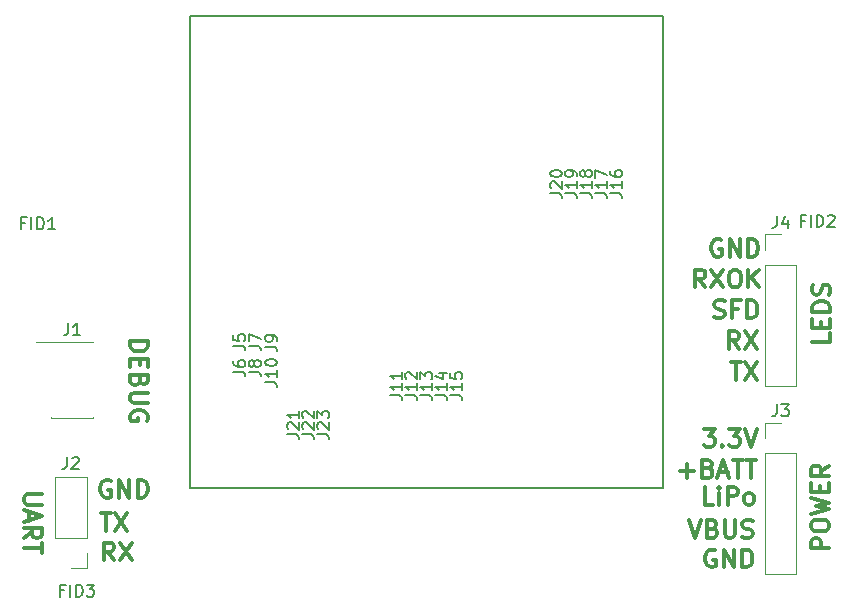
<source format=gbr>
G04 #@! TF.FileFunction,Legend,Top*
%FSLAX46Y46*%
G04 Gerber Fmt 4.6, Leading zero omitted, Abs format (unit mm)*
G04 Created by KiCad (PCBNEW 4.0.7-e2-6376~61~ubuntu18.04.1) date Mon Jan 28 20:48:33 2019*
%MOMM*%
%LPD*%
G01*
G04 APERTURE LIST*
%ADD10C,0.100000*%
%ADD11C,0.300000*%
%ADD12C,0.200000*%
%ADD13C,0.120000*%
%ADD14C,0.150000*%
G04 APERTURE END LIST*
D10*
D11*
X174457143Y-105250000D02*
X174314286Y-105178571D01*
X174100000Y-105178571D01*
X173885715Y-105250000D01*
X173742857Y-105392857D01*
X173671429Y-105535714D01*
X173600000Y-105821429D01*
X173600000Y-106035714D01*
X173671429Y-106321429D01*
X173742857Y-106464286D01*
X173885715Y-106607143D01*
X174100000Y-106678571D01*
X174242857Y-106678571D01*
X174457143Y-106607143D01*
X174528572Y-106535714D01*
X174528572Y-106035714D01*
X174242857Y-106035714D01*
X175171429Y-106678571D02*
X175171429Y-105178571D01*
X176028572Y-106678571D01*
X176028572Y-105178571D01*
X176742858Y-106678571D02*
X176742858Y-105178571D01*
X177100001Y-105178571D01*
X177314286Y-105250000D01*
X177457144Y-105392857D01*
X177528572Y-105535714D01*
X177600001Y-105821429D01*
X177600001Y-106035714D01*
X177528572Y-106321429D01*
X177457144Y-106464286D01*
X177314286Y-106607143D01*
X177100001Y-106678571D01*
X176742858Y-106678571D01*
X172250000Y-102678571D02*
X172750000Y-104178571D01*
X173250000Y-102678571D01*
X174250000Y-103392857D02*
X174464286Y-103464286D01*
X174535714Y-103535714D01*
X174607143Y-103678571D01*
X174607143Y-103892857D01*
X174535714Y-104035714D01*
X174464286Y-104107143D01*
X174321428Y-104178571D01*
X173750000Y-104178571D01*
X173750000Y-102678571D01*
X174250000Y-102678571D01*
X174392857Y-102750000D01*
X174464286Y-102821429D01*
X174535714Y-102964286D01*
X174535714Y-103107143D01*
X174464286Y-103250000D01*
X174392857Y-103321429D01*
X174250000Y-103392857D01*
X173750000Y-103392857D01*
X175250000Y-102678571D02*
X175250000Y-103892857D01*
X175321428Y-104035714D01*
X175392857Y-104107143D01*
X175535714Y-104178571D01*
X175821428Y-104178571D01*
X175964286Y-104107143D01*
X176035714Y-104035714D01*
X176107143Y-103892857D01*
X176107143Y-102678571D01*
X176750000Y-104107143D02*
X176964286Y-104178571D01*
X177321429Y-104178571D01*
X177464286Y-104107143D01*
X177535715Y-104035714D01*
X177607143Y-103892857D01*
X177607143Y-103750000D01*
X177535715Y-103607143D01*
X177464286Y-103535714D01*
X177321429Y-103464286D01*
X177035715Y-103392857D01*
X176892857Y-103321429D01*
X176821429Y-103250000D01*
X176750000Y-103107143D01*
X176750000Y-102964286D01*
X176821429Y-102821429D01*
X176892857Y-102750000D01*
X177035715Y-102678571D01*
X177392857Y-102678571D01*
X177607143Y-102750000D01*
X174278572Y-101378571D02*
X173564286Y-101378571D01*
X173564286Y-99878571D01*
X174778572Y-101378571D02*
X174778572Y-100378571D01*
X174778572Y-99878571D02*
X174707143Y-99950000D01*
X174778572Y-100021429D01*
X174850000Y-99950000D01*
X174778572Y-99878571D01*
X174778572Y-100021429D01*
X175492858Y-101378571D02*
X175492858Y-99878571D01*
X176064286Y-99878571D01*
X176207144Y-99950000D01*
X176278572Y-100021429D01*
X176350001Y-100164286D01*
X176350001Y-100378571D01*
X176278572Y-100521429D01*
X176207144Y-100592857D01*
X176064286Y-100664286D01*
X175492858Y-100664286D01*
X177207144Y-101378571D02*
X177064286Y-101307143D01*
X176992858Y-101235714D01*
X176921429Y-101092857D01*
X176921429Y-100664286D01*
X176992858Y-100521429D01*
X177064286Y-100450000D01*
X177207144Y-100378571D01*
X177421429Y-100378571D01*
X177564286Y-100450000D01*
X177635715Y-100521429D01*
X177707144Y-100664286D01*
X177707144Y-101092857D01*
X177635715Y-101235714D01*
X177564286Y-101307143D01*
X177421429Y-101378571D01*
X177207144Y-101378571D01*
X171492858Y-98507143D02*
X172635715Y-98507143D01*
X172064286Y-99078571D02*
X172064286Y-97935714D01*
X173850001Y-98292857D02*
X174064287Y-98364286D01*
X174135715Y-98435714D01*
X174207144Y-98578571D01*
X174207144Y-98792857D01*
X174135715Y-98935714D01*
X174064287Y-99007143D01*
X173921429Y-99078571D01*
X173350001Y-99078571D01*
X173350001Y-97578571D01*
X173850001Y-97578571D01*
X173992858Y-97650000D01*
X174064287Y-97721429D01*
X174135715Y-97864286D01*
X174135715Y-98007143D01*
X174064287Y-98150000D01*
X173992858Y-98221429D01*
X173850001Y-98292857D01*
X173350001Y-98292857D01*
X174778572Y-98650000D02*
X175492858Y-98650000D01*
X174635715Y-99078571D02*
X175135715Y-97578571D01*
X175635715Y-99078571D01*
X175921429Y-97578571D02*
X176778572Y-97578571D01*
X176350001Y-99078571D02*
X176350001Y-97578571D01*
X177064286Y-97578571D02*
X177921429Y-97578571D01*
X177492858Y-99078571D02*
X177492858Y-97578571D01*
X173485715Y-94978571D02*
X174414286Y-94978571D01*
X173914286Y-95550000D01*
X174128572Y-95550000D01*
X174271429Y-95621429D01*
X174342858Y-95692857D01*
X174414286Y-95835714D01*
X174414286Y-96192857D01*
X174342858Y-96335714D01*
X174271429Y-96407143D01*
X174128572Y-96478571D01*
X173700000Y-96478571D01*
X173557143Y-96407143D01*
X173485715Y-96335714D01*
X175057143Y-96335714D02*
X175128571Y-96407143D01*
X175057143Y-96478571D01*
X174985714Y-96407143D01*
X175057143Y-96335714D01*
X175057143Y-96478571D01*
X175628572Y-94978571D02*
X176557143Y-94978571D01*
X176057143Y-95550000D01*
X176271429Y-95550000D01*
X176414286Y-95621429D01*
X176485715Y-95692857D01*
X176557143Y-95835714D01*
X176557143Y-96192857D01*
X176485715Y-96335714D01*
X176414286Y-96407143D01*
X176271429Y-96478571D01*
X175842857Y-96478571D01*
X175700000Y-96407143D01*
X175628572Y-96335714D01*
X176985714Y-94978571D02*
X177485714Y-96478571D01*
X177985714Y-94978571D01*
X184078571Y-105064286D02*
X182578571Y-105064286D01*
X182578571Y-104492858D01*
X182650000Y-104350000D01*
X182721429Y-104278572D01*
X182864286Y-104207143D01*
X183078571Y-104207143D01*
X183221429Y-104278572D01*
X183292857Y-104350000D01*
X183364286Y-104492858D01*
X183364286Y-105064286D01*
X182578571Y-103278572D02*
X182578571Y-102992858D01*
X182650000Y-102850000D01*
X182792857Y-102707143D01*
X183078571Y-102635715D01*
X183578571Y-102635715D01*
X183864286Y-102707143D01*
X184007143Y-102850000D01*
X184078571Y-102992858D01*
X184078571Y-103278572D01*
X184007143Y-103421429D01*
X183864286Y-103564286D01*
X183578571Y-103635715D01*
X183078571Y-103635715D01*
X182792857Y-103564286D01*
X182650000Y-103421429D01*
X182578571Y-103278572D01*
X182578571Y-102135714D02*
X184078571Y-101778571D01*
X183007143Y-101492857D01*
X184078571Y-101207143D01*
X182578571Y-100850000D01*
X183292857Y-100278571D02*
X183292857Y-99778571D01*
X184078571Y-99564285D02*
X184078571Y-100278571D01*
X182578571Y-100278571D01*
X182578571Y-99564285D01*
X184078571Y-98064285D02*
X183364286Y-98564285D01*
X184078571Y-98921428D02*
X182578571Y-98921428D01*
X182578571Y-98350000D01*
X182650000Y-98207142D01*
X182721429Y-98135714D01*
X182864286Y-98064285D01*
X183078571Y-98064285D01*
X183221429Y-98135714D01*
X183292857Y-98207142D01*
X183364286Y-98350000D01*
X183364286Y-98921428D01*
X174957143Y-78950000D02*
X174814286Y-78878571D01*
X174600000Y-78878571D01*
X174385715Y-78950000D01*
X174242857Y-79092857D01*
X174171429Y-79235714D01*
X174100000Y-79521429D01*
X174100000Y-79735714D01*
X174171429Y-80021429D01*
X174242857Y-80164286D01*
X174385715Y-80307143D01*
X174600000Y-80378571D01*
X174742857Y-80378571D01*
X174957143Y-80307143D01*
X175028572Y-80235714D01*
X175028572Y-79735714D01*
X174742857Y-79735714D01*
X175671429Y-80378571D02*
X175671429Y-78878571D01*
X176528572Y-80378571D01*
X176528572Y-78878571D01*
X177242858Y-80378571D02*
X177242858Y-78878571D01*
X177600001Y-78878571D01*
X177814286Y-78950000D01*
X177957144Y-79092857D01*
X178028572Y-79235714D01*
X178100001Y-79521429D01*
X178100001Y-79735714D01*
X178028572Y-80021429D01*
X177957144Y-80164286D01*
X177814286Y-80307143D01*
X177600001Y-80378571D01*
X177242858Y-80378571D01*
X173614286Y-82978571D02*
X173114286Y-82264286D01*
X172757143Y-82978571D02*
X172757143Y-81478571D01*
X173328571Y-81478571D01*
X173471429Y-81550000D01*
X173542857Y-81621429D01*
X173614286Y-81764286D01*
X173614286Y-81978571D01*
X173542857Y-82121429D01*
X173471429Y-82192857D01*
X173328571Y-82264286D01*
X172757143Y-82264286D01*
X174114286Y-81478571D02*
X175114286Y-82978571D01*
X175114286Y-81478571D02*
X174114286Y-82978571D01*
X175971428Y-81478571D02*
X176257142Y-81478571D01*
X176400000Y-81550000D01*
X176542857Y-81692857D01*
X176614285Y-81978571D01*
X176614285Y-82478571D01*
X176542857Y-82764286D01*
X176400000Y-82907143D01*
X176257142Y-82978571D01*
X175971428Y-82978571D01*
X175828571Y-82907143D01*
X175685714Y-82764286D01*
X175614285Y-82478571D01*
X175614285Y-81978571D01*
X175685714Y-81692857D01*
X175828571Y-81550000D01*
X175971428Y-81478571D01*
X177257143Y-82978571D02*
X177257143Y-81478571D01*
X178114286Y-82978571D02*
X177471429Y-82121429D01*
X178114286Y-81478571D02*
X177257143Y-82335714D01*
X174378572Y-85507143D02*
X174592858Y-85578571D01*
X174950001Y-85578571D01*
X175092858Y-85507143D01*
X175164287Y-85435714D01*
X175235715Y-85292857D01*
X175235715Y-85150000D01*
X175164287Y-85007143D01*
X175092858Y-84935714D01*
X174950001Y-84864286D01*
X174664287Y-84792857D01*
X174521429Y-84721429D01*
X174450001Y-84650000D01*
X174378572Y-84507143D01*
X174378572Y-84364286D01*
X174450001Y-84221429D01*
X174521429Y-84150000D01*
X174664287Y-84078571D01*
X175021429Y-84078571D01*
X175235715Y-84150000D01*
X176378572Y-84792857D02*
X175878572Y-84792857D01*
X175878572Y-85578571D02*
X175878572Y-84078571D01*
X176592858Y-84078571D01*
X177164286Y-85578571D02*
X177164286Y-84078571D01*
X177521429Y-84078571D01*
X177735714Y-84150000D01*
X177878572Y-84292857D01*
X177950000Y-84435714D01*
X178021429Y-84721429D01*
X178021429Y-84935714D01*
X177950000Y-85221429D01*
X177878572Y-85364286D01*
X177735714Y-85507143D01*
X177521429Y-85578571D01*
X177164286Y-85578571D01*
X176450001Y-88178571D02*
X175950001Y-87464286D01*
X175592858Y-88178571D02*
X175592858Y-86678571D01*
X176164286Y-86678571D01*
X176307144Y-86750000D01*
X176378572Y-86821429D01*
X176450001Y-86964286D01*
X176450001Y-87178571D01*
X176378572Y-87321429D01*
X176307144Y-87392857D01*
X176164286Y-87464286D01*
X175592858Y-87464286D01*
X176950001Y-86678571D02*
X177950001Y-88178571D01*
X177950001Y-86678571D02*
X176950001Y-88178571D01*
X175757143Y-89278571D02*
X176614286Y-89278571D01*
X176185715Y-90778571D02*
X176185715Y-89278571D01*
X176971429Y-89278571D02*
X177971429Y-90778571D01*
X177971429Y-89278571D02*
X176971429Y-90778571D01*
X184178571Y-86878571D02*
X184178571Y-87592857D01*
X182678571Y-87592857D01*
X183392857Y-86378571D02*
X183392857Y-85878571D01*
X184178571Y-85664285D02*
X184178571Y-86378571D01*
X182678571Y-86378571D01*
X182678571Y-85664285D01*
X184178571Y-85021428D02*
X182678571Y-85021428D01*
X182678571Y-84664285D01*
X182750000Y-84450000D01*
X182892857Y-84307142D01*
X183035714Y-84235714D01*
X183321429Y-84164285D01*
X183535714Y-84164285D01*
X183821429Y-84235714D01*
X183964286Y-84307142D01*
X184107143Y-84450000D01*
X184178571Y-84664285D01*
X184178571Y-85021428D01*
X184107143Y-83592857D02*
X184178571Y-83378571D01*
X184178571Y-83021428D01*
X184107143Y-82878571D01*
X184035714Y-82807142D01*
X183892857Y-82735714D01*
X183750000Y-82735714D01*
X183607143Y-82807142D01*
X183535714Y-82878571D01*
X183464286Y-83021428D01*
X183392857Y-83307142D01*
X183321429Y-83450000D01*
X183250000Y-83521428D01*
X183107143Y-83592857D01*
X182964286Y-83592857D01*
X182821429Y-83521428D01*
X182750000Y-83450000D01*
X182678571Y-83307142D01*
X182678571Y-82950000D01*
X182750000Y-82735714D01*
X123550001Y-106078571D02*
X123050001Y-105364286D01*
X122692858Y-106078571D02*
X122692858Y-104578571D01*
X123264286Y-104578571D01*
X123407144Y-104650000D01*
X123478572Y-104721429D01*
X123550001Y-104864286D01*
X123550001Y-105078571D01*
X123478572Y-105221429D01*
X123407144Y-105292857D01*
X123264286Y-105364286D01*
X122692858Y-105364286D01*
X124050001Y-104578571D02*
X125050001Y-106078571D01*
X125050001Y-104578571D02*
X124050001Y-106078571D01*
X122457143Y-102078571D02*
X123314286Y-102078571D01*
X122885715Y-103578571D02*
X122885715Y-102078571D01*
X123671429Y-102078571D02*
X124671429Y-103578571D01*
X124671429Y-102078571D02*
X123671429Y-103578571D01*
X123257143Y-99350000D02*
X123114286Y-99278571D01*
X122900000Y-99278571D01*
X122685715Y-99350000D01*
X122542857Y-99492857D01*
X122471429Y-99635714D01*
X122400000Y-99921429D01*
X122400000Y-100135714D01*
X122471429Y-100421429D01*
X122542857Y-100564286D01*
X122685715Y-100707143D01*
X122900000Y-100778571D01*
X123042857Y-100778571D01*
X123257143Y-100707143D01*
X123328572Y-100635714D01*
X123328572Y-100135714D01*
X123042857Y-100135714D01*
X123971429Y-100778571D02*
X123971429Y-99278571D01*
X124828572Y-100778571D01*
X124828572Y-99278571D01*
X125542858Y-100778571D02*
X125542858Y-99278571D01*
X125900001Y-99278571D01*
X126114286Y-99350000D01*
X126257144Y-99492857D01*
X126328572Y-99635714D01*
X126400001Y-99921429D01*
X126400001Y-100135714D01*
X126328572Y-100421429D01*
X126257144Y-100564286D01*
X126114286Y-100707143D01*
X125900001Y-100778571D01*
X125542858Y-100778571D01*
X124921429Y-87542857D02*
X126421429Y-87542857D01*
X126421429Y-87900000D01*
X126350000Y-88114285D01*
X126207143Y-88257143D01*
X126064286Y-88328571D01*
X125778571Y-88400000D01*
X125564286Y-88400000D01*
X125278571Y-88328571D01*
X125135714Y-88257143D01*
X124992857Y-88114285D01*
X124921429Y-87900000D01*
X124921429Y-87542857D01*
X125707143Y-89042857D02*
X125707143Y-89542857D01*
X124921429Y-89757143D02*
X124921429Y-89042857D01*
X126421429Y-89042857D01*
X126421429Y-89757143D01*
X125707143Y-90900000D02*
X125635714Y-91114286D01*
X125564286Y-91185714D01*
X125421429Y-91257143D01*
X125207143Y-91257143D01*
X125064286Y-91185714D01*
X124992857Y-91114286D01*
X124921429Y-90971428D01*
X124921429Y-90400000D01*
X126421429Y-90400000D01*
X126421429Y-90900000D01*
X126350000Y-91042857D01*
X126278571Y-91114286D01*
X126135714Y-91185714D01*
X125992857Y-91185714D01*
X125850000Y-91114286D01*
X125778571Y-91042857D01*
X125707143Y-90900000D01*
X125707143Y-90400000D01*
X126421429Y-91900000D02*
X125207143Y-91900000D01*
X125064286Y-91971428D01*
X124992857Y-92042857D01*
X124921429Y-92185714D01*
X124921429Y-92471428D01*
X124992857Y-92614286D01*
X125064286Y-92685714D01*
X125207143Y-92757143D01*
X126421429Y-92757143D01*
X126350000Y-94257143D02*
X126421429Y-94114286D01*
X126421429Y-93900000D01*
X126350000Y-93685715D01*
X126207143Y-93542857D01*
X126064286Y-93471429D01*
X125778571Y-93400000D01*
X125564286Y-93400000D01*
X125278571Y-93471429D01*
X125135714Y-93542857D01*
X124992857Y-93685715D01*
X124921429Y-93900000D01*
X124921429Y-94042857D01*
X124992857Y-94257143D01*
X125064286Y-94328572D01*
X125564286Y-94328572D01*
X125564286Y-94042857D01*
X117421429Y-100507143D02*
X116207143Y-100507143D01*
X116064286Y-100578571D01*
X115992857Y-100650000D01*
X115921429Y-100792857D01*
X115921429Y-101078571D01*
X115992857Y-101221429D01*
X116064286Y-101292857D01*
X116207143Y-101364286D01*
X117421429Y-101364286D01*
X116350000Y-102007143D02*
X116350000Y-102721429D01*
X115921429Y-101864286D02*
X117421429Y-102364286D01*
X115921429Y-102864286D01*
X115921429Y-104221429D02*
X116635714Y-103721429D01*
X115921429Y-103364286D02*
X117421429Y-103364286D01*
X117421429Y-103935714D01*
X117350000Y-104078572D01*
X117278571Y-104150000D01*
X117135714Y-104221429D01*
X116921429Y-104221429D01*
X116778571Y-104150000D01*
X116707143Y-104078572D01*
X116635714Y-103935714D01*
X116635714Y-103364286D01*
X117421429Y-104650000D02*
X117421429Y-105507143D01*
X115921429Y-105078572D02*
X117421429Y-105078572D01*
D12*
X130000000Y-60000000D02*
X130000000Y-100000000D01*
X130000000Y-100000000D02*
X170000000Y-100000000D01*
X170000000Y-60000000D02*
X170000000Y-100000000D01*
X130000000Y-60000000D02*
X170000000Y-60000000D01*
D13*
X118235000Y-87565000D02*
X121765000Y-87565000D01*
X118235000Y-94035000D02*
X121765000Y-94035000D01*
X116910000Y-87630000D02*
X118235000Y-87630000D01*
X118235000Y-87565000D02*
X118235000Y-87630000D01*
X121765000Y-87565000D02*
X121765000Y-87630000D01*
X118235000Y-93970000D02*
X118235000Y-94035000D01*
X121765000Y-93970000D02*
X121765000Y-94035000D01*
X121230000Y-99030000D02*
X118570000Y-99030000D01*
X121230000Y-104170000D02*
X121230000Y-99030000D01*
X118570000Y-104170000D02*
X118570000Y-99030000D01*
X121230000Y-104170000D02*
X118570000Y-104170000D01*
X121230000Y-105440000D02*
X121230000Y-106770000D01*
X121230000Y-106770000D02*
X119900000Y-106770000D01*
X178670000Y-107250000D02*
X181330000Y-107250000D01*
X178670000Y-97030000D02*
X178670000Y-107250000D01*
X181330000Y-97030000D02*
X181330000Y-107250000D01*
X178670000Y-97030000D02*
X181330000Y-97030000D01*
X178670000Y-95760000D02*
X178670000Y-94430000D01*
X178670000Y-94430000D02*
X180000000Y-94430000D01*
X178670000Y-91310000D02*
X181330000Y-91310000D01*
X178670000Y-81090000D02*
X178670000Y-91310000D01*
X181330000Y-81090000D02*
X181330000Y-91310000D01*
X178670000Y-81090000D02*
X181330000Y-81090000D01*
X178670000Y-79820000D02*
X178670000Y-78490000D01*
X178670000Y-78490000D02*
X180000000Y-78490000D01*
D14*
X116028572Y-77528571D02*
X115695238Y-77528571D01*
X115695238Y-78052381D02*
X115695238Y-77052381D01*
X116171429Y-77052381D01*
X116552381Y-78052381D02*
X116552381Y-77052381D01*
X117028571Y-78052381D02*
X117028571Y-77052381D01*
X117266666Y-77052381D01*
X117409524Y-77100000D01*
X117504762Y-77195238D01*
X117552381Y-77290476D01*
X117600000Y-77480952D01*
X117600000Y-77623810D01*
X117552381Y-77814286D01*
X117504762Y-77909524D01*
X117409524Y-78004762D01*
X117266666Y-78052381D01*
X117028571Y-78052381D01*
X118552381Y-78052381D02*
X117980952Y-78052381D01*
X118266666Y-78052381D02*
X118266666Y-77052381D01*
X118171428Y-77195238D01*
X118076190Y-77290476D01*
X117980952Y-77338095D01*
X182028572Y-77328571D02*
X181695238Y-77328571D01*
X181695238Y-77852381D02*
X181695238Y-76852381D01*
X182171429Y-76852381D01*
X182552381Y-77852381D02*
X182552381Y-76852381D01*
X183028571Y-77852381D02*
X183028571Y-76852381D01*
X183266666Y-76852381D01*
X183409524Y-76900000D01*
X183504762Y-76995238D01*
X183552381Y-77090476D01*
X183600000Y-77280952D01*
X183600000Y-77423810D01*
X183552381Y-77614286D01*
X183504762Y-77709524D01*
X183409524Y-77804762D01*
X183266666Y-77852381D01*
X183028571Y-77852381D01*
X183980952Y-76947619D02*
X184028571Y-76900000D01*
X184123809Y-76852381D01*
X184361905Y-76852381D01*
X184457143Y-76900000D01*
X184504762Y-76947619D01*
X184552381Y-77042857D01*
X184552381Y-77138095D01*
X184504762Y-77280952D01*
X183933333Y-77852381D01*
X184552381Y-77852381D01*
X119328572Y-108628571D02*
X118995238Y-108628571D01*
X118995238Y-109152381D02*
X118995238Y-108152381D01*
X119471429Y-108152381D01*
X119852381Y-109152381D02*
X119852381Y-108152381D01*
X120328571Y-109152381D02*
X120328571Y-108152381D01*
X120566666Y-108152381D01*
X120709524Y-108200000D01*
X120804762Y-108295238D01*
X120852381Y-108390476D01*
X120900000Y-108580952D01*
X120900000Y-108723810D01*
X120852381Y-108914286D01*
X120804762Y-109009524D01*
X120709524Y-109104762D01*
X120566666Y-109152381D01*
X120328571Y-109152381D01*
X121233333Y-108152381D02*
X121852381Y-108152381D01*
X121519047Y-108533333D01*
X121661905Y-108533333D01*
X121757143Y-108580952D01*
X121804762Y-108628571D01*
X121852381Y-108723810D01*
X121852381Y-108961905D01*
X121804762Y-109057143D01*
X121757143Y-109104762D01*
X121661905Y-109152381D01*
X121376190Y-109152381D01*
X121280952Y-109104762D01*
X121233333Y-109057143D01*
X119666667Y-86017381D02*
X119666667Y-86731667D01*
X119619047Y-86874524D01*
X119523809Y-86969762D01*
X119380952Y-87017381D01*
X119285714Y-87017381D01*
X120666667Y-87017381D02*
X120095238Y-87017381D01*
X120380952Y-87017381D02*
X120380952Y-86017381D01*
X120285714Y-86160238D01*
X120190476Y-86255476D01*
X120095238Y-86303095D01*
X119566667Y-97352381D02*
X119566667Y-98066667D01*
X119519047Y-98209524D01*
X119423809Y-98304762D01*
X119280952Y-98352381D01*
X119185714Y-98352381D01*
X119995238Y-97447619D02*
X120042857Y-97400000D01*
X120138095Y-97352381D01*
X120376191Y-97352381D01*
X120471429Y-97400000D01*
X120519048Y-97447619D01*
X120566667Y-97542857D01*
X120566667Y-97638095D01*
X120519048Y-97780952D01*
X119947619Y-98352381D01*
X120566667Y-98352381D01*
X179666667Y-92882381D02*
X179666667Y-93596667D01*
X179619047Y-93739524D01*
X179523809Y-93834762D01*
X179380952Y-93882381D01*
X179285714Y-93882381D01*
X180047619Y-92882381D02*
X180666667Y-92882381D01*
X180333333Y-93263333D01*
X180476191Y-93263333D01*
X180571429Y-93310952D01*
X180619048Y-93358571D01*
X180666667Y-93453810D01*
X180666667Y-93691905D01*
X180619048Y-93787143D01*
X180571429Y-93834762D01*
X180476191Y-93882381D01*
X180190476Y-93882381D01*
X180095238Y-93834762D01*
X180047619Y-93787143D01*
X179666667Y-76942381D02*
X179666667Y-77656667D01*
X179619047Y-77799524D01*
X179523809Y-77894762D01*
X179380952Y-77942381D01*
X179285714Y-77942381D01*
X180571429Y-77275714D02*
X180571429Y-77942381D01*
X180333333Y-76894762D02*
X180095238Y-77609048D01*
X180714286Y-77609048D01*
X133652381Y-87933333D02*
X134366667Y-87933333D01*
X134509524Y-87980953D01*
X134604762Y-88076191D01*
X134652381Y-88219048D01*
X134652381Y-88314286D01*
X133652381Y-86980952D02*
X133652381Y-87457143D01*
X134128571Y-87504762D01*
X134080952Y-87457143D01*
X134033333Y-87361905D01*
X134033333Y-87123809D01*
X134080952Y-87028571D01*
X134128571Y-86980952D01*
X134223810Y-86933333D01*
X134461905Y-86933333D01*
X134557143Y-86980952D01*
X134604762Y-87028571D01*
X134652381Y-87123809D01*
X134652381Y-87361905D01*
X134604762Y-87457143D01*
X134557143Y-87504762D01*
X133652381Y-90133333D02*
X134366667Y-90133333D01*
X134509524Y-90180953D01*
X134604762Y-90276191D01*
X134652381Y-90419048D01*
X134652381Y-90514286D01*
X133652381Y-89228571D02*
X133652381Y-89419048D01*
X133700000Y-89514286D01*
X133747619Y-89561905D01*
X133890476Y-89657143D01*
X134080952Y-89704762D01*
X134461905Y-89704762D01*
X134557143Y-89657143D01*
X134604762Y-89609524D01*
X134652381Y-89514286D01*
X134652381Y-89323809D01*
X134604762Y-89228571D01*
X134557143Y-89180952D01*
X134461905Y-89133333D01*
X134223810Y-89133333D01*
X134128571Y-89180952D01*
X134080952Y-89228571D01*
X134033333Y-89323809D01*
X134033333Y-89514286D01*
X134080952Y-89609524D01*
X134128571Y-89657143D01*
X134223810Y-89704762D01*
X134952381Y-87933333D02*
X135666667Y-87933333D01*
X135809524Y-87980953D01*
X135904762Y-88076191D01*
X135952381Y-88219048D01*
X135952381Y-88314286D01*
X134952381Y-87552381D02*
X134952381Y-86885714D01*
X135952381Y-87314286D01*
X134952381Y-90133333D02*
X135666667Y-90133333D01*
X135809524Y-90180953D01*
X135904762Y-90276191D01*
X135952381Y-90419048D01*
X135952381Y-90514286D01*
X135380952Y-89514286D02*
X135333333Y-89609524D01*
X135285714Y-89657143D01*
X135190476Y-89704762D01*
X135142857Y-89704762D01*
X135047619Y-89657143D01*
X135000000Y-89609524D01*
X134952381Y-89514286D01*
X134952381Y-89323809D01*
X135000000Y-89228571D01*
X135047619Y-89180952D01*
X135142857Y-89133333D01*
X135190476Y-89133333D01*
X135285714Y-89180952D01*
X135333333Y-89228571D01*
X135380952Y-89323809D01*
X135380952Y-89514286D01*
X135428571Y-89609524D01*
X135476190Y-89657143D01*
X135571429Y-89704762D01*
X135761905Y-89704762D01*
X135857143Y-89657143D01*
X135904762Y-89609524D01*
X135952381Y-89514286D01*
X135952381Y-89323809D01*
X135904762Y-89228571D01*
X135857143Y-89180952D01*
X135761905Y-89133333D01*
X135571429Y-89133333D01*
X135476190Y-89180952D01*
X135428571Y-89228571D01*
X135380952Y-89323809D01*
X136352381Y-87998333D02*
X137066667Y-87998333D01*
X137209524Y-88045953D01*
X137304762Y-88141191D01*
X137352381Y-88284048D01*
X137352381Y-88379286D01*
X137352381Y-87474524D02*
X137352381Y-87284048D01*
X137304762Y-87188809D01*
X137257143Y-87141190D01*
X137114286Y-87045952D01*
X136923810Y-86998333D01*
X136542857Y-86998333D01*
X136447619Y-87045952D01*
X136400000Y-87093571D01*
X136352381Y-87188809D01*
X136352381Y-87379286D01*
X136400000Y-87474524D01*
X136447619Y-87522143D01*
X136542857Y-87569762D01*
X136780952Y-87569762D01*
X136876190Y-87522143D01*
X136923810Y-87474524D01*
X136971429Y-87379286D01*
X136971429Y-87188809D01*
X136923810Y-87093571D01*
X136876190Y-87045952D01*
X136780952Y-86998333D01*
X136352381Y-91009523D02*
X137066667Y-91009523D01*
X137209524Y-91057143D01*
X137304762Y-91152381D01*
X137352381Y-91295238D01*
X137352381Y-91390476D01*
X137352381Y-90009523D02*
X137352381Y-90580952D01*
X137352381Y-90295238D02*
X136352381Y-90295238D01*
X136495238Y-90390476D01*
X136590476Y-90485714D01*
X136638095Y-90580952D01*
X136352381Y-89390476D02*
X136352381Y-89295237D01*
X136400000Y-89199999D01*
X136447619Y-89152380D01*
X136542857Y-89104761D01*
X136733333Y-89057142D01*
X136971429Y-89057142D01*
X137161905Y-89104761D01*
X137257143Y-89152380D01*
X137304762Y-89199999D01*
X137352381Y-89295237D01*
X137352381Y-89390476D01*
X137304762Y-89485714D01*
X137257143Y-89533333D01*
X137161905Y-89580952D01*
X136971429Y-89628571D01*
X136733333Y-89628571D01*
X136542857Y-89580952D01*
X136447619Y-89533333D01*
X136400000Y-89485714D01*
X136352381Y-89390476D01*
X146942381Y-92109523D02*
X147656667Y-92109523D01*
X147799524Y-92157143D01*
X147894762Y-92252381D01*
X147942381Y-92395238D01*
X147942381Y-92490476D01*
X147942381Y-91109523D02*
X147942381Y-91680952D01*
X147942381Y-91395238D02*
X146942381Y-91395238D01*
X147085238Y-91490476D01*
X147180476Y-91585714D01*
X147228095Y-91680952D01*
X147942381Y-90157142D02*
X147942381Y-90728571D01*
X147942381Y-90442857D02*
X146942381Y-90442857D01*
X147085238Y-90538095D01*
X147180476Y-90633333D01*
X147228095Y-90728571D01*
X148212381Y-92109523D02*
X148926667Y-92109523D01*
X149069524Y-92157143D01*
X149164762Y-92252381D01*
X149212381Y-92395238D01*
X149212381Y-92490476D01*
X149212381Y-91109523D02*
X149212381Y-91680952D01*
X149212381Y-91395238D02*
X148212381Y-91395238D01*
X148355238Y-91490476D01*
X148450476Y-91585714D01*
X148498095Y-91680952D01*
X148307619Y-90728571D02*
X148260000Y-90680952D01*
X148212381Y-90585714D01*
X148212381Y-90347618D01*
X148260000Y-90252380D01*
X148307619Y-90204761D01*
X148402857Y-90157142D01*
X148498095Y-90157142D01*
X148640952Y-90204761D01*
X149212381Y-90776190D01*
X149212381Y-90157142D01*
X149482381Y-92109523D02*
X150196667Y-92109523D01*
X150339524Y-92157143D01*
X150434762Y-92252381D01*
X150482381Y-92395238D01*
X150482381Y-92490476D01*
X150482381Y-91109523D02*
X150482381Y-91680952D01*
X150482381Y-91395238D02*
X149482381Y-91395238D01*
X149625238Y-91490476D01*
X149720476Y-91585714D01*
X149768095Y-91680952D01*
X149482381Y-90776190D02*
X149482381Y-90157142D01*
X149863333Y-90490476D01*
X149863333Y-90347618D01*
X149910952Y-90252380D01*
X149958571Y-90204761D01*
X150053810Y-90157142D01*
X150291905Y-90157142D01*
X150387143Y-90204761D01*
X150434762Y-90252380D01*
X150482381Y-90347618D01*
X150482381Y-90633333D01*
X150434762Y-90728571D01*
X150387143Y-90776190D01*
X150752381Y-92109523D02*
X151466667Y-92109523D01*
X151609524Y-92157143D01*
X151704762Y-92252381D01*
X151752381Y-92395238D01*
X151752381Y-92490476D01*
X151752381Y-91109523D02*
X151752381Y-91680952D01*
X151752381Y-91395238D02*
X150752381Y-91395238D01*
X150895238Y-91490476D01*
X150990476Y-91585714D01*
X151038095Y-91680952D01*
X151085714Y-90252380D02*
X151752381Y-90252380D01*
X150704762Y-90490476D02*
X151419048Y-90728571D01*
X151419048Y-90109523D01*
X152022381Y-92109523D02*
X152736667Y-92109523D01*
X152879524Y-92157143D01*
X152974762Y-92252381D01*
X153022381Y-92395238D01*
X153022381Y-92490476D01*
X153022381Y-91109523D02*
X153022381Y-91680952D01*
X153022381Y-91395238D02*
X152022381Y-91395238D01*
X152165238Y-91490476D01*
X152260476Y-91585714D01*
X152308095Y-91680952D01*
X152022381Y-90204761D02*
X152022381Y-90680952D01*
X152498571Y-90728571D01*
X152450952Y-90680952D01*
X152403333Y-90585714D01*
X152403333Y-90347618D01*
X152450952Y-90252380D01*
X152498571Y-90204761D01*
X152593810Y-90157142D01*
X152831905Y-90157142D01*
X152927143Y-90204761D01*
X152974762Y-90252380D01*
X153022381Y-90347618D01*
X153022381Y-90585714D01*
X152974762Y-90680952D01*
X152927143Y-90728571D01*
X165562381Y-75009523D02*
X166276667Y-75009523D01*
X166419524Y-75057143D01*
X166514762Y-75152381D01*
X166562381Y-75295238D01*
X166562381Y-75390476D01*
X166562381Y-74009523D02*
X166562381Y-74580952D01*
X166562381Y-74295238D02*
X165562381Y-74295238D01*
X165705238Y-74390476D01*
X165800476Y-74485714D01*
X165848095Y-74580952D01*
X165562381Y-73152380D02*
X165562381Y-73342857D01*
X165610000Y-73438095D01*
X165657619Y-73485714D01*
X165800476Y-73580952D01*
X165990952Y-73628571D01*
X166371905Y-73628571D01*
X166467143Y-73580952D01*
X166514762Y-73533333D01*
X166562381Y-73438095D01*
X166562381Y-73247618D01*
X166514762Y-73152380D01*
X166467143Y-73104761D01*
X166371905Y-73057142D01*
X166133810Y-73057142D01*
X166038571Y-73104761D01*
X165990952Y-73152380D01*
X165943333Y-73247618D01*
X165943333Y-73438095D01*
X165990952Y-73533333D01*
X166038571Y-73580952D01*
X166133810Y-73628571D01*
X164292381Y-75009523D02*
X165006667Y-75009523D01*
X165149524Y-75057143D01*
X165244762Y-75152381D01*
X165292381Y-75295238D01*
X165292381Y-75390476D01*
X165292381Y-74009523D02*
X165292381Y-74580952D01*
X165292381Y-74295238D02*
X164292381Y-74295238D01*
X164435238Y-74390476D01*
X164530476Y-74485714D01*
X164578095Y-74580952D01*
X164292381Y-73676190D02*
X164292381Y-73009523D01*
X165292381Y-73438095D01*
X163022381Y-75009523D02*
X163736667Y-75009523D01*
X163879524Y-75057143D01*
X163974762Y-75152381D01*
X164022381Y-75295238D01*
X164022381Y-75390476D01*
X164022381Y-74009523D02*
X164022381Y-74580952D01*
X164022381Y-74295238D02*
X163022381Y-74295238D01*
X163165238Y-74390476D01*
X163260476Y-74485714D01*
X163308095Y-74580952D01*
X163450952Y-73438095D02*
X163403333Y-73533333D01*
X163355714Y-73580952D01*
X163260476Y-73628571D01*
X163212857Y-73628571D01*
X163117619Y-73580952D01*
X163070000Y-73533333D01*
X163022381Y-73438095D01*
X163022381Y-73247618D01*
X163070000Y-73152380D01*
X163117619Y-73104761D01*
X163212857Y-73057142D01*
X163260476Y-73057142D01*
X163355714Y-73104761D01*
X163403333Y-73152380D01*
X163450952Y-73247618D01*
X163450952Y-73438095D01*
X163498571Y-73533333D01*
X163546190Y-73580952D01*
X163641429Y-73628571D01*
X163831905Y-73628571D01*
X163927143Y-73580952D01*
X163974762Y-73533333D01*
X164022381Y-73438095D01*
X164022381Y-73247618D01*
X163974762Y-73152380D01*
X163927143Y-73104761D01*
X163831905Y-73057142D01*
X163641429Y-73057142D01*
X163546190Y-73104761D01*
X163498571Y-73152380D01*
X163450952Y-73247618D01*
X161752381Y-75009523D02*
X162466667Y-75009523D01*
X162609524Y-75057143D01*
X162704762Y-75152381D01*
X162752381Y-75295238D01*
X162752381Y-75390476D01*
X162752381Y-74009523D02*
X162752381Y-74580952D01*
X162752381Y-74295238D02*
X161752381Y-74295238D01*
X161895238Y-74390476D01*
X161990476Y-74485714D01*
X162038095Y-74580952D01*
X162752381Y-73533333D02*
X162752381Y-73342857D01*
X162704762Y-73247618D01*
X162657143Y-73199999D01*
X162514286Y-73104761D01*
X162323810Y-73057142D01*
X161942857Y-73057142D01*
X161847619Y-73104761D01*
X161800000Y-73152380D01*
X161752381Y-73247618D01*
X161752381Y-73438095D01*
X161800000Y-73533333D01*
X161847619Y-73580952D01*
X161942857Y-73628571D01*
X162180952Y-73628571D01*
X162276190Y-73580952D01*
X162323810Y-73533333D01*
X162371429Y-73438095D01*
X162371429Y-73247618D01*
X162323810Y-73152380D01*
X162276190Y-73104761D01*
X162180952Y-73057142D01*
X160482381Y-75009523D02*
X161196667Y-75009523D01*
X161339524Y-75057143D01*
X161434762Y-75152381D01*
X161482381Y-75295238D01*
X161482381Y-75390476D01*
X160577619Y-74580952D02*
X160530000Y-74533333D01*
X160482381Y-74438095D01*
X160482381Y-74199999D01*
X160530000Y-74104761D01*
X160577619Y-74057142D01*
X160672857Y-74009523D01*
X160768095Y-74009523D01*
X160910952Y-74057142D01*
X161482381Y-74628571D01*
X161482381Y-74009523D01*
X160482381Y-73390476D02*
X160482381Y-73295237D01*
X160530000Y-73199999D01*
X160577619Y-73152380D01*
X160672857Y-73104761D01*
X160863333Y-73057142D01*
X161101429Y-73057142D01*
X161291905Y-73104761D01*
X161387143Y-73152380D01*
X161434762Y-73199999D01*
X161482381Y-73295237D01*
X161482381Y-73390476D01*
X161434762Y-73485714D01*
X161387143Y-73533333D01*
X161291905Y-73580952D01*
X161101429Y-73628571D01*
X160863333Y-73628571D01*
X160672857Y-73580952D01*
X160577619Y-73533333D01*
X160530000Y-73485714D01*
X160482381Y-73390476D01*
X138212381Y-95409523D02*
X138926667Y-95409523D01*
X139069524Y-95457143D01*
X139164762Y-95552381D01*
X139212381Y-95695238D01*
X139212381Y-95790476D01*
X138307619Y-94980952D02*
X138260000Y-94933333D01*
X138212381Y-94838095D01*
X138212381Y-94599999D01*
X138260000Y-94504761D01*
X138307619Y-94457142D01*
X138402857Y-94409523D01*
X138498095Y-94409523D01*
X138640952Y-94457142D01*
X139212381Y-95028571D01*
X139212381Y-94409523D01*
X139212381Y-93457142D02*
X139212381Y-94028571D01*
X139212381Y-93742857D02*
X138212381Y-93742857D01*
X138355238Y-93838095D01*
X138450476Y-93933333D01*
X138498095Y-94028571D01*
X139482381Y-95409523D02*
X140196667Y-95409523D01*
X140339524Y-95457143D01*
X140434762Y-95552381D01*
X140482381Y-95695238D01*
X140482381Y-95790476D01*
X139577619Y-94980952D02*
X139530000Y-94933333D01*
X139482381Y-94838095D01*
X139482381Y-94599999D01*
X139530000Y-94504761D01*
X139577619Y-94457142D01*
X139672857Y-94409523D01*
X139768095Y-94409523D01*
X139910952Y-94457142D01*
X140482381Y-95028571D01*
X140482381Y-94409523D01*
X139577619Y-94028571D02*
X139530000Y-93980952D01*
X139482381Y-93885714D01*
X139482381Y-93647618D01*
X139530000Y-93552380D01*
X139577619Y-93504761D01*
X139672857Y-93457142D01*
X139768095Y-93457142D01*
X139910952Y-93504761D01*
X140482381Y-94076190D01*
X140482381Y-93457142D01*
X140752381Y-95409523D02*
X141466667Y-95409523D01*
X141609524Y-95457143D01*
X141704762Y-95552381D01*
X141752381Y-95695238D01*
X141752381Y-95790476D01*
X140847619Y-94980952D02*
X140800000Y-94933333D01*
X140752381Y-94838095D01*
X140752381Y-94599999D01*
X140800000Y-94504761D01*
X140847619Y-94457142D01*
X140942857Y-94409523D01*
X141038095Y-94409523D01*
X141180952Y-94457142D01*
X141752381Y-95028571D01*
X141752381Y-94409523D01*
X140752381Y-94076190D02*
X140752381Y-93457142D01*
X141133333Y-93790476D01*
X141133333Y-93647618D01*
X141180952Y-93552380D01*
X141228571Y-93504761D01*
X141323810Y-93457142D01*
X141561905Y-93457142D01*
X141657143Y-93504761D01*
X141704762Y-93552380D01*
X141752381Y-93647618D01*
X141752381Y-93933333D01*
X141704762Y-94028571D01*
X141657143Y-94076190D01*
M02*

</source>
